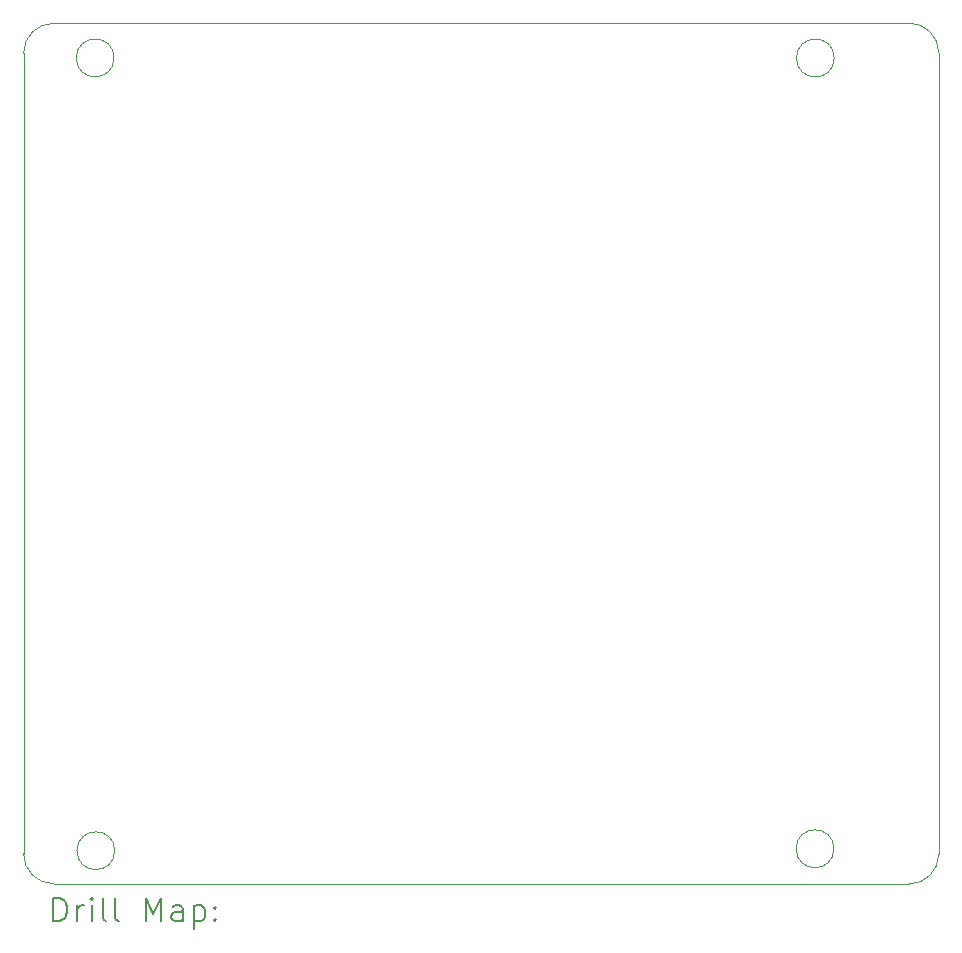
<source format=gbr>
%TF.GenerationSoftware,KiCad,Pcbnew,6.0.11+dfsg-1*%
%TF.CreationDate,2025-09-22T09:11:01+02:00*%
%TF.ProjectId,Rummikub_Timer,52756d6d-696b-4756-925f-54696d65722e,v1*%
%TF.SameCoordinates,Original*%
%TF.FileFunction,Drillmap*%
%TF.FilePolarity,Positive*%
%FSLAX45Y45*%
G04 Gerber Fmt 4.5, Leading zero omitted, Abs format (unit mm)*
G04 Created by KiCad (PCBNEW 6.0.11+dfsg-1) date 2025-09-22 09:11:01*
%MOMM*%
%LPD*%
G01*
G04 APERTURE LIST*
%ADD10C,0.100000*%
%ADD11C,0.200000*%
G04 APERTURE END LIST*
D10*
X10741306Y-6605805D02*
X10741306Y-13035590D01*
X10741306Y-13035590D02*
X10741306Y-13383996D01*
X11508119Y-6645776D02*
G75*
G03*
X11508119Y-6645776I-160000J0D01*
G01*
X18237200Y-13639796D02*
G75*
G03*
X18491200Y-13385800I5J253996D01*
G01*
X11513617Y-13357855D02*
G75*
G03*
X11513617Y-13357855I-160000J0D01*
G01*
X18491200Y-6604000D02*
X18491200Y-13385800D01*
X18237200Y-13639800D02*
X10995306Y-13637996D01*
X10995306Y-6351805D02*
X18237200Y-6350000D01*
X18491205Y-6604000D02*
G75*
G03*
X18237200Y-6350000I-254000J0D01*
G01*
X10741310Y-13383996D02*
G75*
G03*
X10995306Y-13637996I254000J0D01*
G01*
X17605395Y-6646441D02*
G75*
G03*
X17605395Y-6646441I-160000J0D01*
G01*
X17602639Y-13341491D02*
G75*
G03*
X17602639Y-13341491I-160000J0D01*
G01*
X10995306Y-6351801D02*
G75*
G03*
X10741306Y-6605805I5J-254005D01*
G01*
D11*
X10993925Y-13955276D02*
X10993925Y-13755276D01*
X11041544Y-13755276D01*
X11070115Y-13764800D01*
X11089163Y-13783848D01*
X11098686Y-13802895D01*
X11108210Y-13840990D01*
X11108210Y-13869562D01*
X11098686Y-13907657D01*
X11089163Y-13926705D01*
X11070115Y-13945752D01*
X11041544Y-13955276D01*
X10993925Y-13955276D01*
X11193924Y-13955276D02*
X11193924Y-13821943D01*
X11193924Y-13860038D02*
X11203448Y-13840990D01*
X11212972Y-13831467D01*
X11232020Y-13821943D01*
X11251067Y-13821943D01*
X11317734Y-13955276D02*
X11317734Y-13821943D01*
X11317734Y-13755276D02*
X11308210Y-13764800D01*
X11317734Y-13774324D01*
X11327258Y-13764800D01*
X11317734Y-13755276D01*
X11317734Y-13774324D01*
X11441543Y-13955276D02*
X11422496Y-13945752D01*
X11412972Y-13926705D01*
X11412972Y-13755276D01*
X11546305Y-13955276D02*
X11527258Y-13945752D01*
X11517734Y-13926705D01*
X11517734Y-13755276D01*
X11774877Y-13955276D02*
X11774877Y-13755276D01*
X11841543Y-13898133D01*
X11908210Y-13755276D01*
X11908210Y-13955276D01*
X12089163Y-13955276D02*
X12089163Y-13850514D01*
X12079639Y-13831467D01*
X12060591Y-13821943D01*
X12022496Y-13821943D01*
X12003448Y-13831467D01*
X12089163Y-13945752D02*
X12070115Y-13955276D01*
X12022496Y-13955276D01*
X12003448Y-13945752D01*
X11993924Y-13926705D01*
X11993924Y-13907657D01*
X12003448Y-13888609D01*
X12022496Y-13879086D01*
X12070115Y-13879086D01*
X12089163Y-13869562D01*
X12184401Y-13821943D02*
X12184401Y-14021943D01*
X12184401Y-13831467D02*
X12203448Y-13821943D01*
X12241543Y-13821943D01*
X12260591Y-13831467D01*
X12270115Y-13840990D01*
X12279639Y-13860038D01*
X12279639Y-13917181D01*
X12270115Y-13936228D01*
X12260591Y-13945752D01*
X12241543Y-13955276D01*
X12203448Y-13955276D01*
X12184401Y-13945752D01*
X12365353Y-13936228D02*
X12374877Y-13945752D01*
X12365353Y-13955276D01*
X12355829Y-13945752D01*
X12365353Y-13936228D01*
X12365353Y-13955276D01*
X12365353Y-13831467D02*
X12374877Y-13840990D01*
X12365353Y-13850514D01*
X12355829Y-13840990D01*
X12365353Y-13831467D01*
X12365353Y-13850514D01*
M02*

</source>
